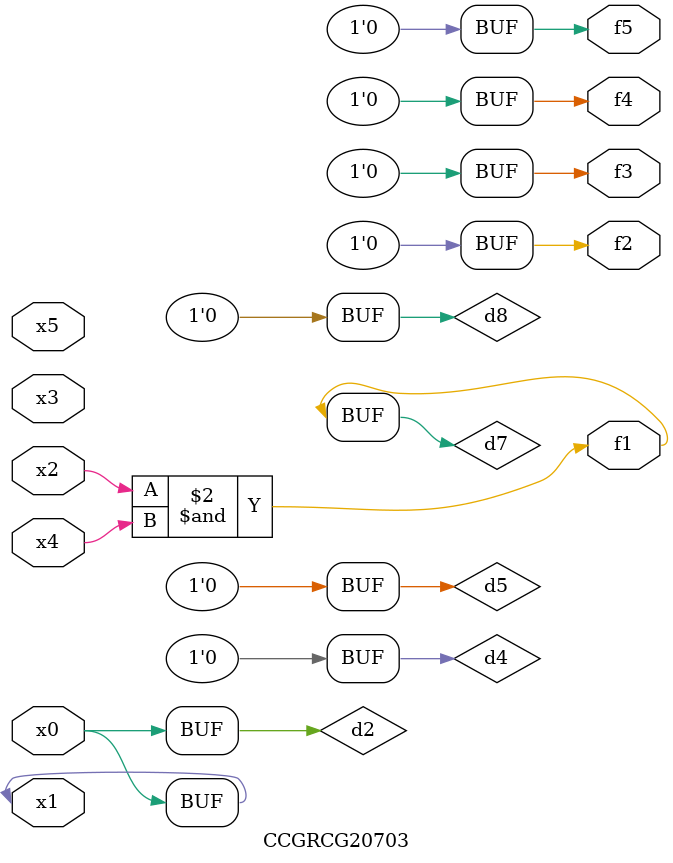
<source format=v>
module CCGRCG20703(
	input x0, x1, x2, x3, x4, x5,
	output f1, f2, f3, f4, f5
);

	wire d1, d2, d3, d4, d5, d6, d7, d8, d9;

	nand (d1, x1);
	buf (d2, x0, x1);
	nand (d3, x2, x4);
	and (d4, d1, d2);
	and (d5, d1, d2);
	nand (d6, d1, d3);
	not (d7, d3);
	xor (d8, d5);
	nor (d9, d5, d6);
	assign f1 = d7;
	assign f2 = d8;
	assign f3 = d8;
	assign f4 = d8;
	assign f5 = d8;
endmodule

</source>
